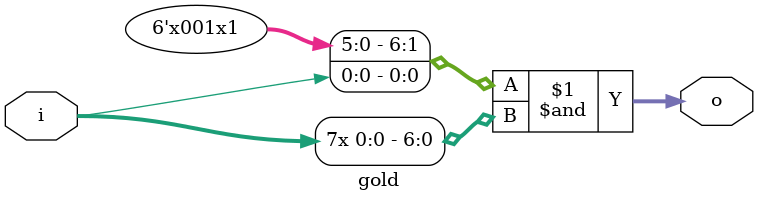
<source format=v>
module gold(input i, output [6:0] o);
assign o = {1'bx, 1'b0, 1'b0, 1'b1, 1'bx, 1'b1, i} & {7{i}};
endmodule

</source>
